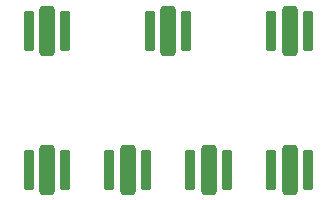
<source format=gbp>
G04*
G04 #@! TF.GenerationSoftware,Altium Limited,Altium Designer,23.6.0 (18)*
G04*
G04 Layer_Color=128*
%FSLAX44Y44*%
%MOMM*%
G71*
G04*
G04 #@! TF.SameCoordinates,8711EDFB-AC5A-492D-8E97-C1405DB26330*
G04*
G04*
G04 #@! TF.FilePolarity,Positive*
G04*
G01*
G75*
G04:AMPARAMS|DCode=12|XSize=1.3mm|YSize=4.3mm|CornerRadius=0.325mm|HoleSize=0mm|Usage=FLASHONLY|Rotation=180.000|XOffset=0mm|YOffset=0mm|HoleType=Round|Shape=RoundedRectangle|*
%AMROUNDEDRECTD12*
21,1,1.3000,3.6500,0,0,180.0*
21,1,0.6500,4.3000,0,0,180.0*
1,1,0.6500,-0.3250,1.8250*
1,1,0.6500,0.3250,1.8250*
1,1,0.6500,0.3250,-1.8250*
1,1,0.6500,-0.3250,-1.8250*
%
%ADD12ROUNDEDRECTD12*%
G04:AMPARAMS|DCode=13|XSize=0.8mm|YSize=3.45mm|CornerRadius=0.2mm|HoleSize=0mm|Usage=FLASHONLY|Rotation=180.000|XOffset=0mm|YOffset=0mm|HoleType=Round|Shape=RoundedRectangle|*
%AMROUNDEDRECTD13*
21,1,0.8000,3.0500,0,0,180.0*
21,1,0.4000,3.4500,0,0,180.0*
1,1,0.4000,-0.2000,1.5250*
1,1,0.4000,0.2000,1.5250*
1,1,0.4000,0.2000,-1.5250*
1,1,0.4000,-0.2000,-1.5250*
%
%ADD13ROUNDEDRECTD13*%
D12*
X477156Y130628D02*
D03*
X408656D02*
D03*
X614156Y248203D02*
D03*
X511406D02*
D03*
X408656Y248203D02*
D03*
X614156Y130628D02*
D03*
X545656Y130628D02*
D03*
D13*
X461656D02*
D03*
X492656D02*
D03*
X393156D02*
D03*
X424156D02*
D03*
X598656Y248203D02*
D03*
X629656D02*
D03*
X495906D02*
D03*
X526906D02*
D03*
X393156Y248203D02*
D03*
X424156D02*
D03*
X598656Y130628D02*
D03*
X629656D02*
D03*
X530156Y130628D02*
D03*
X561156D02*
D03*
M02*

</source>
